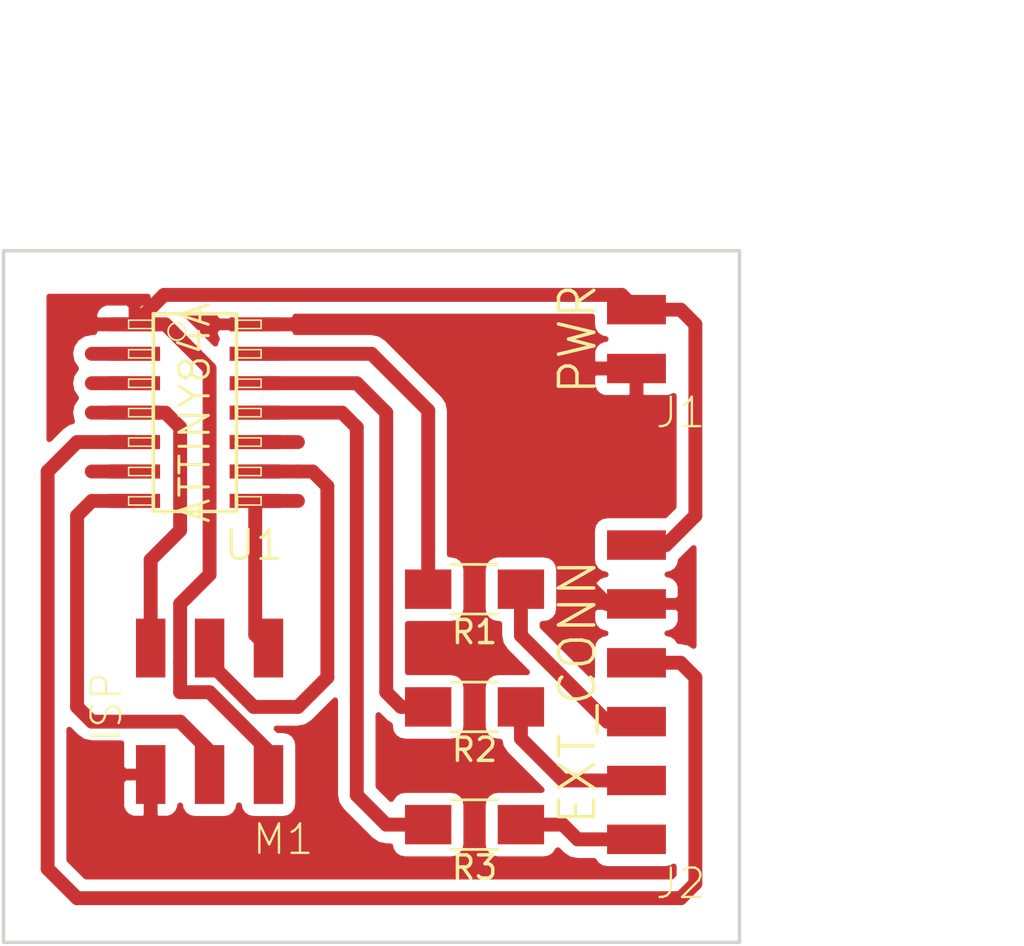
<source format=kicad_pcb>
(kicad_pcb (version 4) (host pcbnew 4.0.6)

  (general
    (links 17)
    (no_connects 0)
    (area 168.834999 55.169999 200.735001 85.165001)
    (thickness 1.6)
    (drawings 6)
    (tracks 95)
    (zones 0)
    (modules 7)
    (nets 18)
  )

  (page A4)
  (layers
    (0 F.Cu signal)
    (31 B.Cu signal)
    (32 B.Adhes user)
    (33 F.Adhes user)
    (34 B.Paste user)
    (35 F.Paste user)
    (36 B.SilkS user)
    (37 F.SilkS user)
    (38 B.Mask user)
    (39 F.Mask user)
    (40 Dwgs.User user)
    (41 Cmts.User user)
    (42 Eco1.User user)
    (43 Eco2.User user)
    (44 Edge.Cuts user)
    (45 Margin user)
    (46 B.CrtYd user)
    (47 F.CrtYd user)
    (48 B.Fab user)
    (49 F.Fab user)
  )

  (setup
    (last_trace_width 0.6)
    (trace_clearance 0.2)
    (zone_clearance 0.508)
    (zone_45_only no)
    (trace_min 0.2)
    (segment_width 0.2)
    (edge_width 0.15)
    (via_size 0.6)
    (via_drill 0.4)
    (via_min_size 0.4)
    (via_min_drill 0.3)
    (uvia_size 0.3)
    (uvia_drill 0.1)
    (uvias_allowed no)
    (uvia_min_size 0.2)
    (uvia_min_drill 0.1)
    (pcb_text_width 0.3)
    (pcb_text_size 1.5 1.5)
    (mod_edge_width 0.15)
    (mod_text_size 1 1)
    (mod_text_width 0.15)
    (pad_size 1.524 1.524)
    (pad_drill 0.762)
    (pad_to_mask_clearance 0.2)
    (aux_axis_origin 0 0)
    (visible_elements FFFFFF7F)
    (pcbplotparams
      (layerselection 0x00030_80000001)
      (usegerberextensions false)
      (excludeedgelayer true)
      (linewidth 0.100000)
      (plotframeref false)
      (viasonmask false)
      (mode 1)
      (useauxorigin false)
      (hpglpennumber 1)
      (hpglpenspeed 20)
      (hpglpendiameter 15)
      (hpglpenoverlay 2)
      (psnegative false)
      (psa4output false)
      (plotreference true)
      (plotvalue true)
      (plotinvisibletext false)
      (padsonsilk false)
      (subtractmaskfromsilk false)
      (outputformat 1)
      (mirror false)
      (drillshape 1)
      (scaleselection 1)
      (outputdirectory ""))
  )

  (net 0 "")
  (net 1 VCC)
  (net 2 GND)
  (net 3 SENSOR)
  (net 4 LED_YELLOW)
  (net 5 LED_RED)
  (net 6 LED_GREEN)
  (net 7 MISO)
  (net 8 SCK)
  (net 9 MOSI)
  (net 10 RESET)
  (net 11 SIGNAL_RED)
  (net 12 SIGNAL_YELLOW)
  (net 13 SIGNAL_GREEN)
  (net 14 XTAL1)
  (net 15 XTAL2)
  (net 16 "Net-(U1-Pad6)")
  (net 17 "Net-(U1-Pad10)")

  (net_class Default "Questo è il gruppo di collegamenti predefinito"
    (clearance 0.2)
    (trace_width 0.6)
    (via_dia 0.6)
    (via_drill 0.4)
    (uvia_dia 0.3)
    (uvia_drill 0.1)
    (add_net GND)
    (add_net LED_GREEN)
    (add_net LED_RED)
    (add_net LED_YELLOW)
    (add_net MISO)
    (add_net MOSI)
    (add_net "Net-(U1-Pad10)")
    (add_net "Net-(U1-Pad6)")
    (add_net RESET)
    (add_net SCK)
    (add_net SENSOR)
    (add_net SIGNAL_GREEN)
    (add_net SIGNAL_RED)
    (add_net SIGNAL_YELLOW)
    (add_net VCC)
    (add_net XTAL1)
    (add_net XTAL2)
  )

  (module FabInventory:fab-2X03SMD (layer F.Cu) (tedit 59468717) (tstamp 59452AEE)
    (at 177.8 74.93 270)
    (path /59449E2E)
    (attr smd)
    (fp_text reference M1 (at 5.715 -3.175 360) (layer F.SilkS)
      (effects (font (size 1.27 1.27) (thickness 0.1016)))
    )
    (fp_text value ISP (at 0 4.445 270) (layer F.SilkS)
      (effects (font (size 1.27 1.27) (thickness 0.1016)))
    )
    (pad 1 smd rect (at -2.54 -2.54 270) (size 2.54 1.27) (layers F.Cu F.Paste F.Mask)
      (net 7 MISO))
    (pad 2 smd rect (at 2.91846 -2.54 270) (size 2.54 1.27) (layers F.Cu F.Paste F.Mask)
      (net 1 VCC))
    (pad 3 smd rect (at -2.54 0 270) (size 2.54 1.27) (layers F.Cu F.Paste F.Mask)
      (net 8 SCK))
    (pad 4 smd rect (at 2.91846 0 270) (size 2.54 1.27) (layers F.Cu F.Paste F.Mask)
      (net 9 MOSI))
    (pad 5 smd rect (at -2.54 2.54 270) (size 2.54 1.27) (layers F.Cu F.Paste F.Mask)
      (net 10 RESET))
    (pad 6 smd rect (at 2.91846 2.54 270) (size 2.54 1.27) (layers F.Cu F.Paste F.Mask)
      (net 2 GND))
  )

  (module Resistors_SMD:R_1206_HandSoldering (layer F.Cu) (tedit 58E0A804) (tstamp 59452AF4)
    (at 189.23 69.85 180)
    (descr "Resistor SMD 1206, hand soldering")
    (tags "resistor 1206")
    (path /5944A023)
    (attr smd)
    (fp_text reference R1 (at 0 -1.85 180) (layer F.SilkS)
      (effects (font (size 1 1) (thickness 0.15)))
    )
    (fp_text value R (at 0 1.9 180) (layer F.Fab)
      (effects (font (size 1 1) (thickness 0.15)))
    )
    (fp_text user %R (at 0 0 180) (layer F.Fab)
      (effects (font (size 0.7 0.7) (thickness 0.105)))
    )
    (fp_line (start -1.6 0.8) (end -1.6 -0.8) (layer F.Fab) (width 0.1))
    (fp_line (start 1.6 0.8) (end -1.6 0.8) (layer F.Fab) (width 0.1))
    (fp_line (start 1.6 -0.8) (end 1.6 0.8) (layer F.Fab) (width 0.1))
    (fp_line (start -1.6 -0.8) (end 1.6 -0.8) (layer F.Fab) (width 0.1))
    (fp_line (start 1 1.07) (end -1 1.07) (layer F.SilkS) (width 0.12))
    (fp_line (start -1 -1.07) (end 1 -1.07) (layer F.SilkS) (width 0.12))
    (fp_line (start -3.25 -1.11) (end 3.25 -1.11) (layer F.CrtYd) (width 0.05))
    (fp_line (start -3.25 -1.11) (end -3.25 1.1) (layer F.CrtYd) (width 0.05))
    (fp_line (start 3.25 1.1) (end 3.25 -1.11) (layer F.CrtYd) (width 0.05))
    (fp_line (start 3.25 1.1) (end -3.25 1.1) (layer F.CrtYd) (width 0.05))
    (pad 1 smd rect (at -2 0 180) (size 2 1.7) (layers F.Cu F.Paste F.Mask)
      (net 5 LED_RED))
    (pad 2 smd rect (at 2 0 180) (size 2 1.7) (layers F.Cu F.Paste F.Mask)
      (net 11 SIGNAL_RED))
    (model ${KISYS3DMOD}/Resistors_SMD.3dshapes/R_1206.wrl
      (at (xyz 0 0 0))
      (scale (xyz 1 1 1))
      (rotate (xyz 0 0 0))
    )
  )

  (module Resistors_SMD:R_1206_HandSoldering (layer F.Cu) (tedit 58E0A804) (tstamp 59452AFA)
    (at 189.23 74.93 180)
    (descr "Resistor SMD 1206, hand soldering")
    (tags "resistor 1206")
    (path /5944A075)
    (attr smd)
    (fp_text reference R2 (at 0 -1.85 180) (layer F.SilkS)
      (effects (font (size 1 1) (thickness 0.15)))
    )
    (fp_text value R (at 0 1.9 180) (layer F.Fab)
      (effects (font (size 1 1) (thickness 0.15)))
    )
    (fp_text user %R (at 0 0 180) (layer F.Fab)
      (effects (font (size 0.7 0.7) (thickness 0.105)))
    )
    (fp_line (start -1.6 0.8) (end -1.6 -0.8) (layer F.Fab) (width 0.1))
    (fp_line (start 1.6 0.8) (end -1.6 0.8) (layer F.Fab) (width 0.1))
    (fp_line (start 1.6 -0.8) (end 1.6 0.8) (layer F.Fab) (width 0.1))
    (fp_line (start -1.6 -0.8) (end 1.6 -0.8) (layer F.Fab) (width 0.1))
    (fp_line (start 1 1.07) (end -1 1.07) (layer F.SilkS) (width 0.12))
    (fp_line (start -1 -1.07) (end 1 -1.07) (layer F.SilkS) (width 0.12))
    (fp_line (start -3.25 -1.11) (end 3.25 -1.11) (layer F.CrtYd) (width 0.05))
    (fp_line (start -3.25 -1.11) (end -3.25 1.1) (layer F.CrtYd) (width 0.05))
    (fp_line (start 3.25 1.1) (end 3.25 -1.11) (layer F.CrtYd) (width 0.05))
    (fp_line (start 3.25 1.1) (end -3.25 1.1) (layer F.CrtYd) (width 0.05))
    (pad 1 smd rect (at -2 0 180) (size 2 1.7) (layers F.Cu F.Paste F.Mask)
      (net 4 LED_YELLOW))
    (pad 2 smd rect (at 2 0 180) (size 2 1.7) (layers F.Cu F.Paste F.Mask)
      (net 12 SIGNAL_YELLOW))
    (model ${KISYS3DMOD}/Resistors_SMD.3dshapes/R_1206.wrl
      (at (xyz 0 0 0))
      (scale (xyz 1 1 1))
      (rotate (xyz 0 0 0))
    )
  )

  (module Resistors_SMD:R_1206_HandSoldering (layer F.Cu) (tedit 58E0A804) (tstamp 59452B00)
    (at 189.23 80.01 180)
    (descr "Resistor SMD 1206, hand soldering")
    (tags "resistor 1206")
    (path /5944A0A9)
    (attr smd)
    (fp_text reference R3 (at 0 -1.85 180) (layer F.SilkS)
      (effects (font (size 1 1) (thickness 0.15)))
    )
    (fp_text value R (at 0 1.9 180) (layer F.Fab)
      (effects (font (size 1 1) (thickness 0.15)))
    )
    (fp_text user %R (at 0 0 180) (layer F.Fab)
      (effects (font (size 0.7 0.7) (thickness 0.105)))
    )
    (fp_line (start -1.6 0.8) (end -1.6 -0.8) (layer F.Fab) (width 0.1))
    (fp_line (start 1.6 0.8) (end -1.6 0.8) (layer F.Fab) (width 0.1))
    (fp_line (start 1.6 -0.8) (end 1.6 0.8) (layer F.Fab) (width 0.1))
    (fp_line (start -1.6 -0.8) (end 1.6 -0.8) (layer F.Fab) (width 0.1))
    (fp_line (start 1 1.07) (end -1 1.07) (layer F.SilkS) (width 0.12))
    (fp_line (start -1 -1.07) (end 1 -1.07) (layer F.SilkS) (width 0.12))
    (fp_line (start -3.25 -1.11) (end 3.25 -1.11) (layer F.CrtYd) (width 0.05))
    (fp_line (start -3.25 -1.11) (end -3.25 1.1) (layer F.CrtYd) (width 0.05))
    (fp_line (start 3.25 1.1) (end 3.25 -1.11) (layer F.CrtYd) (width 0.05))
    (fp_line (start 3.25 1.1) (end -3.25 1.1) (layer F.CrtYd) (width 0.05))
    (pad 1 smd rect (at -2 0 180) (size 2 1.7) (layers F.Cu F.Paste F.Mask)
      (net 6 LED_GREEN))
    (pad 2 smd rect (at 2 0 180) (size 2 1.7) (layers F.Cu F.Paste F.Mask)
      (net 13 SIGNAL_GREEN))
    (model ${KISYS3DMOD}/Resistors_SMD.3dshapes/R_1206.wrl
      (at (xyz 0 0 0))
      (scale (xyz 1 1 1))
      (rotate (xyz 0 0 0))
    )
  )

  (module "Bigshot Custom:fab-1X02SMD" (layer F.Cu) (tedit 59468708) (tstamp 59452CE9)
    (at 196.215 59.055)
    (path /59449EC5)
    (attr smd)
    (fp_text reference J1 (at 1.905 3.175 180) (layer F.SilkS)
      (effects (font (size 1.27 1.27) (thickness 0.1016)))
    )
    (fp_text value PWR (at -2.54 0 90) (layer F.SilkS)
      (effects (font (thickness 0.15)))
    )
    (pad 1 smd rect (at 0 -1.27) (size 2.54 1.27) (layers F.Cu F.Paste F.Mask)
      (net 1 VCC))
    (pad 2 smd rect (at 0 1.27) (size 2.54 1.27) (layers F.Cu F.Paste F.Mask)
      (net 2 GND))
  )

  (module FabInventory:fab-1X06SMD (layer F.Cu) (tedit 594686D1) (tstamp 59452CF3)
    (at 196.215 74.295)
    (path /59449F94)
    (attr smd)
    (fp_text reference J2 (at 1.905 8.255 180) (layer F.SilkS)
      (effects (font (size 1.27 1.27) (thickness 0.1016)))
    )
    (fp_text value EXT_CONN (at -2.54 0 90) (layer F.SilkS)
      (effects (font (thickness 0.15)))
    )
    (pad 1 smd rect (at 0 -6.35) (size 2.54 1.27) (layers F.Cu F.Paste F.Mask)
      (net 1 VCC))
    (pad 2 smd rect (at 0 -3.81) (size 2.54 1.27) (layers F.Cu F.Paste F.Mask)
      (net 2 GND))
    (pad 3 smd rect (at 0 -1.27) (size 2.54 1.27) (layers F.Cu F.Paste F.Mask)
      (net 3 SENSOR))
    (pad 4 smd rect (at 0 1.27) (size 2.54 1.27) (layers F.Cu F.Paste F.Mask)
      (net 5 LED_RED))
    (pad 5 smd rect (at 0 3.81) (size 2.54 1.27) (layers F.Cu F.Paste F.Mask)
      (net 4 LED_YELLOW))
    (pad 6 smd rect (at 0 6.35) (size 2.54 1.27) (layers F.Cu F.Paste F.Mask)
      (net 6 LED_GREEN))
  )

  (module "Bigshot Custom:ATTINY84-SSU" (layer F.Cu) (tedit 59468930) (tstamp 59452B12)
    (at 177.165 62.23 270)
    (descr "SMALL OUTLINE PACKAGE")
    (tags "SMALL OUTLINE PACKAGE")
    (path /59449BFD)
    (attr smd)
    (fp_text reference U1 (at 5.715 -2.54 360) (layer F.SilkS)
      (effects (font (size 1.27 1.27) (thickness 0.127)))
    )
    (fp_text value ATTINY84A (at 0 0 270) (layer F.SilkS)
      (effects (font (size 1.27 1.27) (thickness 0.127)))
    )
    (fp_line (start -3.9878 -1.8415) (end -3.62966 -1.8415) (layer F.SilkS) (width 0.06604))
    (fp_line (start -3.62966 -1.8415) (end -3.62966 -2.8575) (layer F.SilkS) (width 0.06604))
    (fp_line (start -3.9878 -2.8575) (end -3.62966 -2.8575) (layer F.SilkS) (width 0.06604))
    (fp_line (start -3.9878 -1.8415) (end -3.9878 -2.8575) (layer F.SilkS) (width 0.06604))
    (fp_line (start -2.7178 -1.8415) (end -2.3622 -1.8415) (layer F.SilkS) (width 0.06604))
    (fp_line (start -2.3622 -1.8415) (end -2.3622 -2.8575) (layer F.SilkS) (width 0.06604))
    (fp_line (start -2.7178 -2.8575) (end -2.3622 -2.8575) (layer F.SilkS) (width 0.06604))
    (fp_line (start -2.7178 -1.8415) (end -2.7178 -2.8575) (layer F.SilkS) (width 0.06604))
    (fp_line (start -1.4478 -1.8415) (end -1.08966 -1.8415) (layer F.SilkS) (width 0.06604))
    (fp_line (start -1.08966 -1.8415) (end -1.08966 -2.8575) (layer F.SilkS) (width 0.06604))
    (fp_line (start -1.4478 -2.8575) (end -1.08966 -2.8575) (layer F.SilkS) (width 0.06604))
    (fp_line (start -1.4478 -1.8415) (end -1.4478 -2.8575) (layer F.SilkS) (width 0.06604))
    (fp_line (start -0.1778 -1.8415) (end 0.1778 -1.8415) (layer F.SilkS) (width 0.06604))
    (fp_line (start 0.1778 -1.8415) (end 0.1778 -2.8575) (layer F.SilkS) (width 0.06604))
    (fp_line (start -0.1778 -2.8575) (end 0.1778 -2.8575) (layer F.SilkS) (width 0.06604))
    (fp_line (start -0.1778 -1.8415) (end -0.1778 -2.8575) (layer F.SilkS) (width 0.06604))
    (fp_line (start 1.08966 -1.8415) (end 1.4478 -1.8415) (layer F.SilkS) (width 0.06604))
    (fp_line (start 1.4478 -1.8415) (end 1.4478 -2.8575) (layer F.SilkS) (width 0.06604))
    (fp_line (start 1.08966 -2.8575) (end 1.4478 -2.8575) (layer F.SilkS) (width 0.06604))
    (fp_line (start 1.08966 -1.8415) (end 1.08966 -2.8575) (layer F.SilkS) (width 0.06604))
    (fp_line (start 2.3622 -1.8415) (end 2.7178 -1.8415) (layer F.SilkS) (width 0.06604))
    (fp_line (start 2.7178 -1.8415) (end 2.7178 -2.8575) (layer F.SilkS) (width 0.06604))
    (fp_line (start 2.3622 -2.8575) (end 2.7178 -2.8575) (layer F.SilkS) (width 0.06604))
    (fp_line (start 2.3622 -1.8415) (end 2.3622 -2.8575) (layer F.SilkS) (width 0.06604))
    (fp_line (start 3.62966 -1.8415) (end 3.9878 -1.8415) (layer F.SilkS) (width 0.06604))
    (fp_line (start 3.9878 -1.8415) (end 3.9878 -2.8575) (layer F.SilkS) (width 0.06604))
    (fp_line (start 3.62966 -2.8575) (end 3.9878 -2.8575) (layer F.SilkS) (width 0.06604))
    (fp_line (start 3.62966 -1.8415) (end 3.62966 -2.8575) (layer F.SilkS) (width 0.06604))
    (fp_line (start 3.62966 2.8575) (end 3.9878 2.8575) (layer F.SilkS) (width 0.06604))
    (fp_line (start 3.9878 2.8575) (end 3.9878 1.8415) (layer F.SilkS) (width 0.06604))
    (fp_line (start 3.62966 1.8415) (end 3.9878 1.8415) (layer F.SilkS) (width 0.06604))
    (fp_line (start 3.62966 2.8575) (end 3.62966 1.8415) (layer F.SilkS) (width 0.06604))
    (fp_line (start 2.3622 2.8575) (end 2.7178 2.8575) (layer F.SilkS) (width 0.06604))
    (fp_line (start 2.7178 2.8575) (end 2.7178 1.8415) (layer F.SilkS) (width 0.06604))
    (fp_line (start 2.3622 1.8415) (end 2.7178 1.8415) (layer F.SilkS) (width 0.06604))
    (fp_line (start 2.3622 2.8575) (end 2.3622 1.8415) (layer F.SilkS) (width 0.06604))
    (fp_line (start 1.08966 2.8575) (end 1.4478 2.8575) (layer F.SilkS) (width 0.06604))
    (fp_line (start 1.4478 2.8575) (end 1.4478 1.8415) (layer F.SilkS) (width 0.06604))
    (fp_line (start 1.08966 1.8415) (end 1.4478 1.8415) (layer F.SilkS) (width 0.06604))
    (fp_line (start 1.08966 2.8575) (end 1.08966 1.8415) (layer F.SilkS) (width 0.06604))
    (fp_line (start -0.1778 2.8575) (end 0.1778 2.8575) (layer F.SilkS) (width 0.06604))
    (fp_line (start 0.1778 2.8575) (end 0.1778 1.8415) (layer F.SilkS) (width 0.06604))
    (fp_line (start -0.1778 1.8415) (end 0.1778 1.8415) (layer F.SilkS) (width 0.06604))
    (fp_line (start -0.1778 2.8575) (end -0.1778 1.8415) (layer F.SilkS) (width 0.06604))
    (fp_line (start -1.4478 2.8575) (end -1.08966 2.8575) (layer F.SilkS) (width 0.06604))
    (fp_line (start -1.08966 2.8575) (end -1.08966 1.8415) (layer F.SilkS) (width 0.06604))
    (fp_line (start -1.4478 1.8415) (end -1.08966 1.8415) (layer F.SilkS) (width 0.06604))
    (fp_line (start -1.4478 2.8575) (end -1.4478 1.8415) (layer F.SilkS) (width 0.06604))
    (fp_line (start -2.7178 2.8575) (end -2.3622 2.8575) (layer F.SilkS) (width 0.06604))
    (fp_line (start -2.3622 2.8575) (end -2.3622 1.8415) (layer F.SilkS) (width 0.06604))
    (fp_line (start -2.7178 1.8415) (end -2.3622 1.8415) (layer F.SilkS) (width 0.06604))
    (fp_line (start -2.7178 2.8575) (end -2.7178 1.8415) (layer F.SilkS) (width 0.06604))
    (fp_line (start -3.9878 2.8575) (end -3.62966 2.8575) (layer F.SilkS) (width 0.06604))
    (fp_line (start -3.62966 2.8575) (end -3.62966 1.8415) (layer F.SilkS) (width 0.06604))
    (fp_line (start -3.9878 1.8415) (end -3.62966 1.8415) (layer F.SilkS) (width 0.06604))
    (fp_line (start -3.9878 2.8575) (end -3.9878 1.8415) (layer F.SilkS) (width 0.06604))
    (fp_line (start -4.26466 1.7907) (end 4.26466 1.7907) (layer F.SilkS) (width 0.1524))
    (fp_line (start 4.26466 1.7907) (end 4.26466 -1.7907) (layer F.SilkS) (width 0.1524))
    (fp_line (start 4.26466 -1.7907) (end -4.26466 -1.7907) (layer F.SilkS) (width 0.1524))
    (fp_line (start -4.26466 -1.7907) (end -4.26466 1.7907) (layer F.SilkS) (width 0.1524))
    (fp_circle (center -3.5052 0.7747) (end -3.7719 1.0414) (layer F.SilkS) (width 0.0762))
    (pad 1 smd rect (at -3.81 2.6035 270) (size 0.6096 2.20726) (layers F.Cu F.Paste F.Mask)
      (net 1 VCC))
    (pad 2 smd rect (at -2.54 2.6035 270) (size 0.6096 2.20726) (layers F.Cu F.Paste F.Mask)
      (net 14 XTAL1))
    (pad 3 smd rect (at -1.27 2.6035 270) (size 0.6096 2.20726) (layers F.Cu F.Paste F.Mask)
      (net 15 XTAL2))
    (pad 4 smd rect (at 0 2.6035 270) (size 0.6096 2.20726) (layers F.Cu F.Paste F.Mask)
      (net 10 RESET))
    (pad 5 smd rect (at 1.27 2.6035 270) (size 0.6096 2.20726) (layers F.Cu F.Paste F.Mask)
      (net 3 SENSOR))
    (pad 6 smd rect (at 2.54 2.6035 270) (size 0.6096 2.20726) (layers F.Cu F.Paste F.Mask)
      (net 16 "Net-(U1-Pad6)"))
    (pad 7 smd rect (at 3.81 2.6035 270) (size 0.6096 2.20726) (layers F.Cu F.Paste F.Mask)
      (net 9 MOSI))
    (pad 8 smd rect (at 3.81 -2.6035 270) (size 0.6096 2.20726) (layers F.Cu F.Paste F.Mask)
      (net 7 MISO))
    (pad 9 smd rect (at 2.54 -2.6035 270) (size 0.6096 2.20726) (layers F.Cu F.Paste F.Mask)
      (net 8 SCK))
    (pad 10 smd rect (at 1.27 -2.6035 270) (size 0.6096 2.20726) (layers F.Cu F.Paste F.Mask)
      (net 17 "Net-(U1-Pad10)"))
    (pad 11 smd rect (at 0 -2.6035 270) (size 0.6096 2.20726) (layers F.Cu F.Paste F.Mask)
      (net 13 SIGNAL_GREEN))
    (pad 12 smd rect (at -1.27 -2.6035 270) (size 0.6096 2.20726) (layers F.Cu F.Paste F.Mask)
      (net 12 SIGNAL_YELLOW))
    (pad 13 smd rect (at -2.54 -2.6035 270) (size 0.6096 2.20726) (layers F.Cu F.Paste F.Mask)
      (net 11 SIGNAL_RED))
    (pad 14 smd rect (at -3.81 -2.6035 270) (size 0.6096 2.20726) (layers F.Cu F.Paste F.Mask)
      (net 2 GND))
  )

  (dimension 29.845 (width 0.3) (layer Dwgs.User)
    (gr_text "29.845 mm" (at 210.265 70.1675 270) (layer Dwgs.User)
      (effects (font (size 1.5 1.5) (thickness 0.3)))
    )
    (feature1 (pts (xy 200.66 85.09) (xy 211.615 85.09)))
    (feature2 (pts (xy 200.66 55.245) (xy 211.615 55.245)))
    (crossbar (pts (xy 208.915 55.245) (xy 208.915 85.09)))
    (arrow1a (pts (xy 208.915 85.09) (xy 208.328579 83.963496)))
    (arrow1b (pts (xy 208.915 85.09) (xy 209.501421 83.963496)))
    (arrow2a (pts (xy 208.915 55.245) (xy 208.328579 56.371504)))
    (arrow2b (pts (xy 208.915 55.245) (xy 209.501421 56.371504)))
  )
  (dimension 31.75 (width 0.3) (layer Dwgs.User)
    (gr_text "31.750 mm" (at 184.785 46.275001) (layer Dwgs.User)
      (effects (font (size 1.5 1.5) (thickness 0.3)))
    )
    (feature1 (pts (xy 168.91 55.245) (xy 168.91 44.925001)))
    (feature2 (pts (xy 200.66 55.245) (xy 200.66 44.925001)))
    (crossbar (pts (xy 200.66 47.625001) (xy 168.91 47.625001)))
    (arrow1a (pts (xy 168.91 47.625001) (xy 170.036504 47.03858)))
    (arrow1b (pts (xy 168.91 47.625001) (xy 170.036504 48.211422)))
    (arrow2a (pts (xy 200.66 47.625001) (xy 199.533496 47.03858)))
    (arrow2b (pts (xy 200.66 47.625001) (xy 199.533496 48.211422)))
  )
  (gr_line (start 200.66 85.09) (end 200.66 55.245) (angle 90) (layer Edge.Cuts) (width 0.15))
  (gr_line (start 168.91 85.09) (end 200.66 85.09) (angle 90) (layer Edge.Cuts) (width 0.15))
  (gr_line (start 168.91 55.245) (end 168.91 85.09) (angle 90) (layer Edge.Cuts) (width 0.15))
  (gr_line (start 200.66 55.245) (end 168.91 55.245) (angle 90) (layer Edge.Cuts) (width 0.15))

  (segment (start 196.215 57.785) (end 198.12 57.785) (width 0.6) (layer F.Cu) (net 1))
  (segment (start 198.755 66.675) (end 197.485 67.945) (width 0.6) (layer F.Cu) (net 1) (tstamp 5946861B))
  (segment (start 198.755 58.42) (end 198.755 66.675) (width 0.6) (layer F.Cu) (net 1) (tstamp 59468619))
  (segment (start 198.12 57.785) (end 198.755 58.42) (width 0.6) (layer F.Cu) (net 1) (tstamp 59468618))
  (segment (start 197.485 67.945) (end 196.215 67.945) (width 0.6) (layer F.Cu) (net 1) (tstamp 5946861E))
  (segment (start 195.58 57.15) (end 175.8315 57.15) (width 0.6) (layer F.Cu) (net 1))
  (segment (start 175.8315 57.15) (end 174.5615 58.42) (width 0.6) (layer F.Cu) (net 1) (tstamp 594684E5))
  (segment (start 195.58 57.15) (end 196.215 57.785) (width 0.6) (layer F.Cu) (net 1) (tstamp 59468615))
  (segment (start 177.8 69.215) (end 177.8 60.325) (width 0.6) (layer F.Cu) (net 1))
  (segment (start 177.8 60.325) (end 175.895 58.42) (width 0.6) (layer F.Cu) (net 1) (tstamp 594684CD))
  (segment (start 175.895 58.42) (end 174.5615 58.42) (width 0.6) (layer F.Cu) (net 1) (tstamp 594684CF))
  (segment (start 176.53 73.025) (end 176.53 70.485) (width 0.6) (layer F.Cu) (net 1) (tstamp 59468460))
  (segment (start 176.53 70.485) (end 177.8 69.215) (width 0.6) (layer F.Cu) (net 1) (tstamp 59468461))
  (segment (start 180.34 76.835) (end 177.8 74.295) (width 0.6) (layer F.Cu) (net 1) (tstamp 59468458))
  (segment (start 177.8 74.295) (end 176.53 74.295) (width 0.6) (layer F.Cu) (net 1) (tstamp 5946845A))
  (segment (start 176.53 74.295) (end 176.53 73.025) (width 0.6) (layer F.Cu) (net 1))
  (segment (start 180.34 77.84846) (end 180.34 76.835) (width 0.6) (layer F.Cu) (net 1))
  (segment (start 174.5615 58.42) (end 172.72 58.42) (width 0.6) (layer F.Cu) (net 1))
  (segment (start 179.7685 58.42) (end 185.42 58.42) (width 0.6) (layer F.Cu) (net 2))
  (segment (start 187.325 60.325) (end 196.215 60.325) (width 0.6) (layer F.Cu) (net 2) (tstamp 59468612))
  (segment (start 185.42 58.42) (end 187.325 60.325) (width 0.6) (layer F.Cu) (net 2) (tstamp 5946860F))
  (segment (start 192.405 65.405) (end 196.215 61.595) (width 0.6) (layer F.Cu) (net 2))
  (segment (start 196.215 61.595) (end 196.215 60.325) (width 0.6) (layer F.Cu) (net 2) (tstamp 59468609))
  (segment (start 189.23 68.58) (end 189.23 66.675) (width 0.6) (layer F.Cu) (net 2))
  (segment (start 175.26 80.645) (end 176.53 81.915) (width 0.6) (layer F.Cu) (net 2) (tstamp 59468579))
  (segment (start 176.53 81.915) (end 188.595 81.915) (width 0.6) (layer F.Cu) (net 2) (tstamp 5946857B))
  (segment (start 188.595 81.915) (end 189.23 81.28) (width 0.6) (layer F.Cu) (net 2) (tstamp 5946857E))
  (segment (start 189.23 81.28) (end 189.23 68.58) (width 0.6) (layer F.Cu) (net 2) (tstamp 59468581))
  (segment (start 175.26 77.84846) (end 175.26 80.645) (width 0.6) (layer F.Cu) (net 2))
  (segment (start 193.675 69.215) (end 194.945 70.485) (width 0.6) (layer F.Cu) (net 2) (tstamp 59468604))
  (segment (start 193.675 66.675) (end 193.675 69.215) (width 0.6) (layer F.Cu) (net 2) (tstamp 59468602))
  (segment (start 192.405 65.405) (end 193.675 66.675) (width 0.6) (layer F.Cu) (net 2) (tstamp 594685FF))
  (segment (start 190.5 65.405) (end 192.405 65.405) (width 0.6) (layer F.Cu) (net 2) (tstamp 594685FE))
  (segment (start 189.23 66.675) (end 190.5 65.405) (width 0.6) (layer F.Cu) (net 2) (tstamp 594685F3))
  (segment (start 194.945 70.485) (end 196.215 70.485) (width 0.6) (layer F.Cu) (net 2) (tstamp 59468606))
  (segment (start 196.215 73.025) (end 198.12 73.025) (width 0.6) (layer F.Cu) (net 3))
  (segment (start 172.085 63.5) (end 170.815 64.77) (width 0.6) (layer F.Cu) (net 3) (tstamp 5946839C))
  (segment (start 170.815 64.77) (end 170.815 81.915) (width 0.6) (layer F.Cu) (net 3) (tstamp 5946839D))
  (segment (start 170.815 81.915) (end 172.085 83.185) (width 0.6) (layer F.Cu) (net 3) (tstamp 594683A2))
  (segment (start 172.085 63.5) (end 174.5615 63.5) (width 0.6) (layer F.Cu) (net 3))
  (segment (start 198.12 83.185) (end 172.085 83.185) (width 0.6) (layer F.Cu) (net 3) (tstamp 594685DF))
  (segment (start 198.755 82.55) (end 198.12 83.185) (width 0.6) (layer F.Cu) (net 3) (tstamp 594685DD))
  (segment (start 198.755 73.66) (end 198.755 82.55) (width 0.6) (layer F.Cu) (net 3) (tstamp 594685DB))
  (segment (start 198.12 73.025) (end 198.755 73.66) (width 0.6) (layer F.Cu) (net 3) (tstamp 594685DA))
  (segment (start 191.23 74.93) (end 191.23 76.295) (width 0.6) (layer F.Cu) (net 4))
  (segment (start 193.04 78.105) (end 196.215 78.105) (width 0.6) (layer F.Cu) (net 4) (tstamp 594685D0))
  (segment (start 191.23 76.295) (end 193.04 78.105) (width 0.6) (layer F.Cu) (net 4) (tstamp 594685CF))
  (segment (start 191.23 69.85) (end 191.23 71.85) (width 0.6) (layer F.Cu) (net 5))
  (segment (start 191.23 71.85) (end 194.945 75.565) (width 0.6) (layer F.Cu) (net 5) (tstamp 594685D3))
  (segment (start 194.945 75.565) (end 196.215 75.565) (width 0.6) (layer F.Cu) (net 5) (tstamp 594685D4))
  (segment (start 191.23 69.945) (end 191.23 69.85) (width 0.6) (layer F.Cu) (net 5) (tstamp 59468380))
  (segment (start 191.23 80.01) (end 193.04 80.01) (width 0.6) (layer F.Cu) (net 6))
  (segment (start 193.675 80.645) (end 196.215 80.645) (width 0.6) (layer F.Cu) (net 6) (tstamp 594685CC))
  (segment (start 193.04 80.01) (end 193.675 80.645) (width 0.6) (layer F.Cu) (net 6) (tstamp 594685CA))
  (segment (start 179.7685 66.04) (end 179.7685 71.8185) (width 0.6) (layer F.Cu) (net 7))
  (segment (start 179.7685 71.8185) (end 180.34 72.39) (width 0.6) (layer F.Cu) (net 7) (tstamp 594683FA))
  (segment (start 179.7685 66.04) (end 181.61 66.04) (width 0.6) (layer F.Cu) (net 7))
  (segment (start 179.705 74.93) (end 177.8 73.025) (width 0.6) (layer F.Cu) (net 8) (tstamp 5946840F))
  (segment (start 181.61 74.93) (end 179.705 74.93) (width 0.6) (layer F.Cu) (net 8) (tstamp 5946840D))
  (segment (start 182.88 73.66) (end 181.61 74.93) (width 0.6) (layer F.Cu) (net 8) (tstamp 5946840B))
  (segment (start 182.88 65.405) (end 182.88 73.66) (width 0.6) (layer F.Cu) (net 8) (tstamp 59468409))
  (segment (start 177.8 73.025) (end 177.8 72.39) (width 0.6) (layer F.Cu) (net 8) (tstamp 59468411))
  (segment (start 181.61 64.77) (end 182.245 64.77) (width 0.6) (layer F.Cu) (net 8))
  (segment (start 179.7685 64.77) (end 181.61 64.77) (width 0.6) (layer F.Cu) (net 8))
  (segment (start 182.245 64.77) (end 182.88 65.405) (width 0.6) (layer F.Cu) (net 8) (tstamp 59468408))
  (segment (start 177.8 77.84846) (end 177.8 76.835) (width 0.6) (layer F.Cu) (net 9))
  (segment (start 177.8 76.835) (end 176.53 75.565) (width 0.6) (layer F.Cu) (net 9) (tstamp 59468434))
  (segment (start 172.72 66.04) (end 172.085 66.675) (width 0.6) (layer F.Cu) (net 9) (tstamp 5946818E))
  (segment (start 172.085 66.675) (end 172.085 74.93) (width 0.6) (layer F.Cu) (net 9) (tstamp 5946818F))
  (segment (start 172.085 74.93) (end 172.72 75.565) (width 0.6) (layer F.Cu) (net 9) (tstamp 59468190))
  (segment (start 174.5615 66.04) (end 172.72 66.04) (width 0.6) (layer F.Cu) (net 9))
  (segment (start 176.53 75.565) (end 172.72 75.565) (width 0.6) (layer F.Cu) (net 9) (tstamp 59468441))
  (segment (start 174.5615 62.23) (end 172.72 62.23) (width 0.6) (layer F.Cu) (net 10))
  (segment (start 174.5615 62.23) (end 175.895 62.23) (width 0.6) (layer F.Cu) (net 10))
  (segment (start 175.26 68.58) (end 175.26 72.39) (width 0.6) (layer F.Cu) (net 10) (tstamp 59468199))
  (segment (start 176.53 67.31) (end 175.26 68.58) (width 0.6) (layer F.Cu) (net 10) (tstamp 59468198))
  (segment (start 176.53 62.865) (end 176.53 67.31) (width 0.6) (layer F.Cu) (net 10) (tstamp 59468197))
  (segment (start 175.895 62.23) (end 176.53 62.865) (width 0.6) (layer F.Cu) (net 10) (tstamp 59468196))
  (segment (start 184.785 59.69) (end 179.7685 59.69) (width 0.6) (layer F.Cu) (net 11) (tstamp 594683CE))
  (segment (start 187.23 69.85) (end 187.23 62.135) (width 0.6) (layer F.Cu) (net 11))
  (segment (start 187.23 62.135) (end 184.785 59.69) (width 0.6) (layer F.Cu) (net 11) (tstamp 594683CA))
  (segment (start 187.23 74.93) (end 186.055 74.93) (width 0.6) (layer F.Cu) (net 12))
  (segment (start 184.15 60.96) (end 179.7685 60.96) (width 0.6) (layer F.Cu) (net 12) (tstamp 594683DA))
  (segment (start 185.42 62.23) (end 184.15 60.96) (width 0.6) (layer F.Cu) (net 12) (tstamp 594683D9))
  (segment (start 185.42 74.295) (end 185.42 62.23) (width 0.6) (layer F.Cu) (net 12) (tstamp 594683D8))
  (segment (start 186.055 74.93) (end 185.42 74.295) (width 0.6) (layer F.Cu) (net 12) (tstamp 594683D7))
  (segment (start 179.7685 62.23) (end 183.515 62.23) (width 0.6) (layer F.Cu) (net 13))
  (segment (start 185.42 80.01) (end 184.15 78.74) (width 0.6) (layer F.Cu) (net 13) (tstamp 594683E4))
  (segment (start 184.15 78.74) (end 184.15 62.865) (width 0.6) (layer F.Cu) (net 13) (tstamp 594683E6))
  (segment (start 184.15 62.865) (end 183.515 62.23) (width 0.6) (layer F.Cu) (net 13) (tstamp 594683E9))
  (segment (start 185.42 80.01) (end 187.23 80.01) (width 0.6) (layer F.Cu) (net 13))
  (segment (start 174.5615 59.69) (end 172.72 59.69) (width 0.6) (layer F.Cu) (net 14))
  (segment (start 174.5615 60.96) (end 172.72 60.96) (width 0.6) (layer F.Cu) (net 15))
  (segment (start 174.5615 64.77) (end 172.72 64.77) (width 0.6) (layer F.Cu) (net 16))
  (segment (start 179.7685 63.5) (end 181.61 63.5) (width 0.6) (layer F.Cu) (net 17))

  (zone (net 2) (net_name GND) (layer F.Cu) (tstamp 594687F2) (hatch edge 0.508)
    (connect_pads (clearance 0.508))
    (min_thickness 0.254)
    (fill yes (arc_segments 16) (thermal_gap 0.508) (thermal_bridge_width 0.508))
    (polygon
      (pts
        (xy 200.025 84.455) (xy 169.545 84.455) (xy 169.545 66.675) (xy 175.895 66.675) (xy 175.895 55.88)
        (xy 200.025 55.88)
      )
    )
    (filled_polygon
      (pts
        (xy 178.02987 58.13425) (xy 178.18862 58.293) (xy 179.6415 58.293) (xy 179.6415 58.273) (xy 179.8955 58.273)
        (xy 179.8955 58.293) (xy 181.34838 58.293) (xy 181.50713 58.13425) (xy 181.50713 58.085) (xy 194.29756 58.085)
        (xy 194.29756 58.42) (xy 194.341838 58.655317) (xy 194.48091 58.871441) (xy 194.69311 59.016431) (xy 194.883569 59.055)
        (xy 194.818691 59.055) (xy 194.585302 59.151673) (xy 194.406673 59.330301) (xy 194.31 59.56369) (xy 194.31 60.03925)
        (xy 194.46875 60.198) (xy 196.088 60.198) (xy 196.088 60.178) (xy 196.342 60.178) (xy 196.342 60.198)
        (xy 196.362 60.198) (xy 196.362 60.452) (xy 196.342 60.452) (xy 196.342 61.43625) (xy 196.50075 61.595)
        (xy 197.611309 61.595) (xy 197.82 61.508557) (xy 197.82 66.28771) (xy 197.44515 66.66256) (xy 194.945 66.66256)
        (xy 194.709683 66.706838) (xy 194.493559 66.84591) (xy 194.348569 67.05811) (xy 194.29756 67.31) (xy 194.29756 68.58)
        (xy 194.341838 68.815317) (xy 194.48091 69.031441) (xy 194.69311 69.176431) (xy 194.883569 69.215) (xy 194.818691 69.215)
        (xy 194.585302 69.311673) (xy 194.406673 69.490301) (xy 194.31 69.72369) (xy 194.31 70.19925) (xy 194.46875 70.358)
        (xy 196.088 70.358) (xy 196.088 70.338) (xy 196.342 70.338) (xy 196.342 70.358) (xy 197.96125 70.358)
        (xy 198.12 70.19925) (xy 198.12 69.72369) (xy 198.023327 69.490301) (xy 197.844698 69.311673) (xy 197.611309 69.215)
        (xy 197.551113 69.215) (xy 197.720317 69.183162) (xy 197.936441 69.04409) (xy 198.081431 68.83189) (xy 198.124172 68.620827)
        (xy 198.146145 68.606145) (xy 198.68 68.07229) (xy 198.68 72.296272) (xy 198.477809 72.161173) (xy 198.12 72.09)
        (xy 198.04654 72.09) (xy 197.94909 71.938559) (xy 197.73689 71.793569) (xy 197.546431 71.755) (xy 197.611309 71.755)
        (xy 197.844698 71.658327) (xy 198.023327 71.479699) (xy 198.12 71.24631) (xy 198.12 70.77075) (xy 197.96125 70.612)
        (xy 196.342 70.612) (xy 196.342 70.632) (xy 196.088 70.632) (xy 196.088 70.612) (xy 194.46875 70.612)
        (xy 194.31 70.77075) (xy 194.31 71.24631) (xy 194.406673 71.479699) (xy 194.585302 71.658327) (xy 194.818691 71.755)
        (xy 194.878887 71.755) (xy 194.709683 71.786838) (xy 194.493559 71.92591) (xy 194.348569 72.13811) (xy 194.29756 72.39)
        (xy 194.29756 73.59527) (xy 192.165 71.46271) (xy 192.165 71.34744) (xy 192.23 71.34744) (xy 192.465317 71.303162)
        (xy 192.681441 71.16409) (xy 192.826431 70.95189) (xy 192.87744 70.7) (xy 192.87744 69) (xy 192.833162 68.764683)
        (xy 192.69409 68.548559) (xy 192.48189 68.403569) (xy 192.23 68.35256) (xy 190.23 68.35256) (xy 189.994683 68.396838)
        (xy 189.778559 68.53591) (xy 189.633569 68.74811) (xy 189.58256 69) (xy 189.58256 70.7) (xy 189.626838 70.935317)
        (xy 189.76591 71.151441) (xy 189.97811 71.296431) (xy 190.23 71.34744) (xy 190.295 71.34744) (xy 190.295 71.85)
        (xy 190.366173 72.207809) (xy 190.568855 72.511145) (xy 191.49027 73.43256) (xy 190.23 73.43256) (xy 189.994683 73.476838)
        (xy 189.778559 73.61591) (xy 189.633569 73.82811) (xy 189.58256 74.08) (xy 189.58256 75.78) (xy 189.626838 76.015317)
        (xy 189.76591 76.231441) (xy 189.97811 76.376431) (xy 190.23 76.42744) (xy 190.321344 76.42744) (xy 190.366173 76.652809)
        (xy 190.568855 76.956145) (xy 192.12527 78.51256) (xy 190.23 78.51256) (xy 189.994683 78.556838) (xy 189.778559 78.69591)
        (xy 189.633569 78.90811) (xy 189.58256 79.16) (xy 189.58256 80.86) (xy 189.626838 81.095317) (xy 189.76591 81.311441)
        (xy 189.97811 81.456431) (xy 190.23 81.50744) (xy 192.23 81.50744) (xy 192.465317 81.463162) (xy 192.681441 81.32409)
        (xy 192.823658 81.115948) (xy 193.013855 81.306145) (xy 193.317191 81.508827) (xy 193.675 81.58) (xy 194.38346 81.58)
        (xy 194.48091 81.731441) (xy 194.69311 81.876431) (xy 194.945 81.92744) (xy 197.485 81.92744) (xy 197.720317 81.883162)
        (xy 197.82 81.819018) (xy 197.82 82.16271) (xy 197.73271 82.25) (xy 172.47229 82.25) (xy 171.75 81.52771)
        (xy 171.75 78.13421) (xy 173.99 78.13421) (xy 173.99 79.244769) (xy 174.086673 79.478158) (xy 174.265301 79.656787)
        (xy 174.49869 79.75346) (xy 174.97425 79.75346) (xy 175.133 79.59471) (xy 175.133 77.97546) (xy 174.14875 77.97546)
        (xy 173.99 78.13421) (xy 171.75 78.13421) (xy 171.75 75.91729) (xy 172.058855 76.226145) (xy 172.362191 76.428827)
        (xy 172.72 76.5) (xy 173.99 76.5) (xy 173.99 77.56271) (xy 174.14875 77.72146) (xy 175.133 77.72146)
        (xy 175.133 77.70146) (xy 175.387 77.70146) (xy 175.387 77.72146) (xy 175.407 77.72146) (xy 175.407 77.97546)
        (xy 175.387 77.97546) (xy 175.387 79.59471) (xy 175.54575 79.75346) (xy 176.02131 79.75346) (xy 176.254699 79.656787)
        (xy 176.433327 79.478158) (xy 176.53 79.244769) (xy 176.53 79.184573) (xy 176.561838 79.353777) (xy 176.70091 79.569901)
        (xy 176.91311 79.714891) (xy 177.165 79.7659) (xy 178.435 79.7659) (xy 178.670317 79.721622) (xy 178.886441 79.58255)
        (xy 179.031431 79.37035) (xy 179.069543 79.182146) (xy 179.101838 79.353777) (xy 179.24091 79.569901) (xy 179.45311 79.714891)
        (xy 179.705 79.7659) (xy 180.975 79.7659) (xy 181.210317 79.721622) (xy 181.426441 79.58255) (xy 181.571431 79.37035)
        (xy 181.62244 79.11846) (xy 181.62244 76.57846) (xy 181.578162 76.343143) (xy 181.43909 76.127019) (xy 181.22689 75.982029)
        (xy 180.975 75.93102) (xy 180.75831 75.93102) (xy 180.69229 75.865) (xy 181.61 75.865) (xy 181.967809 75.793827)
        (xy 182.271145 75.591145) (xy 183.215 74.64729) (xy 183.215 78.74) (xy 183.286173 79.097809) (xy 183.488855 79.401145)
        (xy 184.758855 80.671145) (xy 185.062191 80.873827) (xy 185.42 80.945) (xy 185.598554 80.945) (xy 185.626838 81.095317)
        (xy 185.76591 81.311441) (xy 185.97811 81.456431) (xy 186.23 81.50744) (xy 188.23 81.50744) (xy 188.465317 81.463162)
        (xy 188.681441 81.32409) (xy 188.826431 81.11189) (xy 188.87744 80.86) (xy 188.87744 79.16) (xy 188.833162 78.924683)
        (xy 188.69409 78.708559) (xy 188.48189 78.563569) (xy 188.23 78.51256) (xy 186.23 78.51256) (xy 185.994683 78.556838)
        (xy 185.778559 78.69591) (xy 185.636342 78.904052) (xy 185.085 78.35271) (xy 185.085 75.28229) (xy 185.393855 75.591145)
        (xy 185.58256 75.717233) (xy 185.58256 75.78) (xy 185.626838 76.015317) (xy 185.76591 76.231441) (xy 185.97811 76.376431)
        (xy 186.23 76.42744) (xy 188.23 76.42744) (xy 188.465317 76.383162) (xy 188.681441 76.24409) (xy 188.826431 76.03189)
        (xy 188.87744 75.78) (xy 188.87744 74.08) (xy 188.833162 73.844683) (xy 188.69409 73.628559) (xy 188.48189 73.483569)
        (xy 188.23 73.43256) (xy 186.355 73.43256) (xy 186.355 71.34744) (xy 188.23 71.34744) (xy 188.465317 71.303162)
        (xy 188.681441 71.16409) (xy 188.826431 70.95189) (xy 188.87744 70.7) (xy 188.87744 69) (xy 188.833162 68.764683)
        (xy 188.69409 68.548559) (xy 188.48189 68.403569) (xy 188.23 68.35256) (xy 188.165 68.35256) (xy 188.165 62.135)
        (xy 188.093827 61.777191) (xy 187.891145 61.473855) (xy 187.02804 60.61075) (xy 194.31 60.61075) (xy 194.31 61.08631)
        (xy 194.406673 61.319699) (xy 194.585302 61.498327) (xy 194.818691 61.595) (xy 195.92925 61.595) (xy 196.088 61.43625)
        (xy 196.088 60.452) (xy 194.46875 60.452) (xy 194.31 60.61075) (xy 187.02804 60.61075) (xy 185.446145 59.028855)
        (xy 185.142809 58.826173) (xy 184.785 58.755) (xy 181.50713 58.755) (xy 181.50713 58.70575) (xy 181.34838 58.547)
        (xy 179.8955 58.547) (xy 179.8955 58.567) (xy 179.6415 58.567) (xy 179.6415 58.547) (xy 178.18862 58.547)
        (xy 178.02987 58.70575) (xy 178.02987 58.851109) (xy 178.117201 59.061944) (xy 178.068439 59.13331) (xy 178.045227 59.247937)
        (xy 176.88229 58.085) (xy 178.02987 58.085)
      )
    )
  )
  (zone (net 1) (net_name VCC) (layer F.Cu) (tstamp 59468809) (hatch edge 0.508)
    (connect_pads (clearance 0.508))
    (min_thickness 0.254)
    (fill yes (arc_segments 16) (thermal_gap 0.508) (thermal_bridge_width 0.508))
    (polygon
      (pts
        (xy 175.26 66.04) (xy 169.545 66.04) (xy 169.545 55.88) (xy 175.26 55.88)
      )
    )
    (filled_polygon
      (pts
        (xy 175.133 57.4802) (xy 174.84725 57.4802) (xy 174.6885 57.63895) (xy 174.6885 58.293) (xy 174.7085 58.293)
        (xy 174.7085 58.547) (xy 174.6885 58.547) (xy 174.6885 58.567) (xy 174.4345 58.567) (xy 174.4345 58.547)
        (xy 172.98162 58.547) (xy 172.82287 58.70575) (xy 172.82287 58.755) (xy 172.72 58.755) (xy 172.362191 58.826173)
        (xy 172.058855 59.028855) (xy 171.856173 59.332191) (xy 171.785 59.69) (xy 171.856173 60.047809) (xy 172.041386 60.325)
        (xy 171.856173 60.602191) (xy 171.785 60.96) (xy 171.856173 61.317809) (xy 172.041386 61.595) (xy 171.856173 61.872191)
        (xy 171.785 62.23) (xy 171.856173 62.587809) (xy 171.869566 62.607853) (xy 171.727191 62.636173) (xy 171.423855 62.838855)
        (xy 170.89 63.37271) (xy 170.89 57.988891) (xy 172.82287 57.988891) (xy 172.82287 58.13425) (xy 172.98162 58.293)
        (xy 174.4345 58.293) (xy 174.4345 57.63895) (xy 174.27575 57.4802) (xy 173.33156 57.4802) (xy 173.098171 57.576873)
        (xy 172.919543 57.755502) (xy 172.82287 57.988891) (xy 170.89 57.988891) (xy 170.89 57.225) (xy 175.133 57.225)
      )
    )
  )
)

</source>
